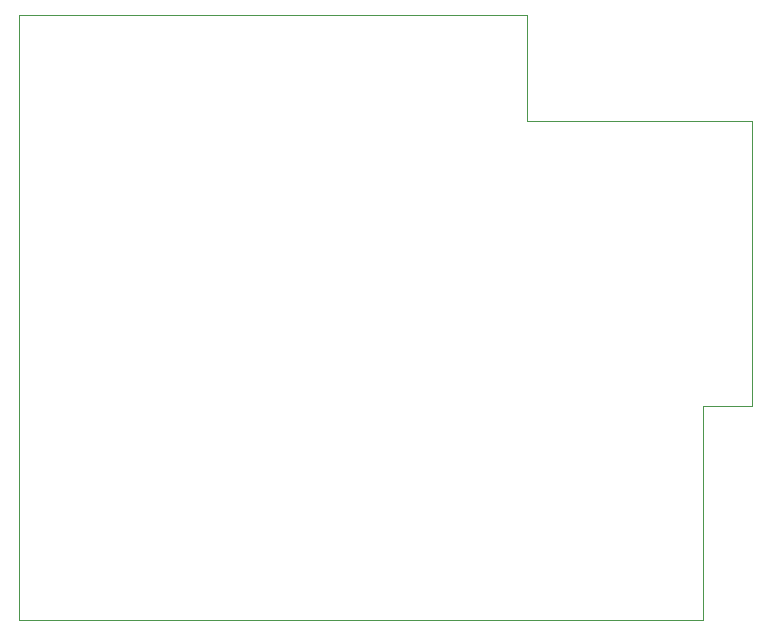
<source format=gbr>
G04 #@! TF.GenerationSoftware,KiCad,Pcbnew,(5.1.9)-1*
G04 #@! TF.CreationDate,2021-05-19T12:02:55-04:00*
G04 #@! TF.ProjectId,upper layers combined,75707065-7220-46c6-9179-65727320636f,rev?*
G04 #@! TF.SameCoordinates,Original*
G04 #@! TF.FileFunction,Profile,NP*
%FSLAX46Y46*%
G04 Gerber Fmt 4.6, Leading zero omitted, Abs format (unit mm)*
G04 Created by KiCad (PCBNEW (5.1.9)-1) date 2021-05-19 12:02:55*
%MOMM*%
%LPD*%
G01*
G04 APERTURE LIST*
G04 #@! TA.AperFunction,Profile*
%ADD10C,0.050000*%
G04 #@! TD*
G04 APERTURE END LIST*
D10*
X141088000Y-74905000D02*
X141087500Y-65902000D01*
X160144000Y-99035000D02*
X155980000Y-99035000D01*
X98034500Y-65902000D02*
X141087500Y-65902000D01*
X98034500Y-65902000D02*
X98034500Y-81831000D01*
X160144000Y-99035000D02*
X160144000Y-74905000D01*
X141088000Y-74905000D02*
X160144000Y-74905000D01*
X155980000Y-117108000D02*
X98030000Y-117108000D01*
X155980000Y-99035000D02*
X155980000Y-117108000D01*
X98030000Y-117108000D02*
X98034500Y-81831000D01*
M02*

</source>
